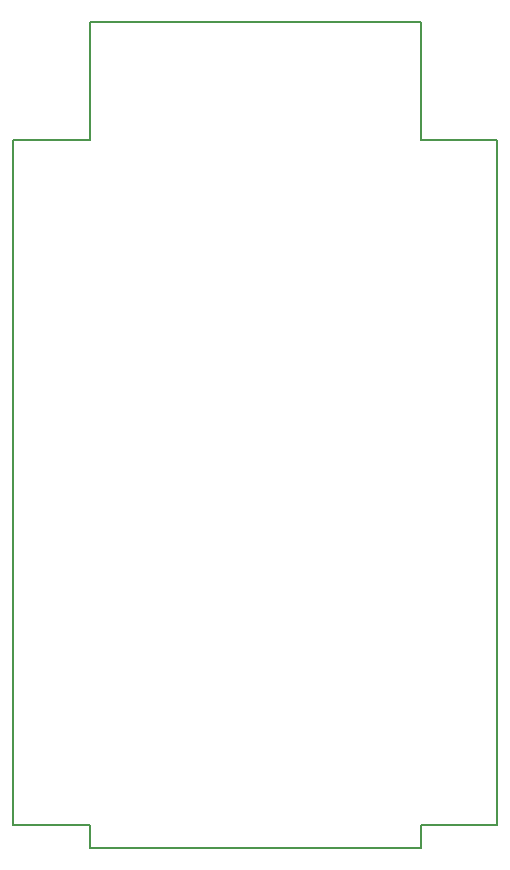
<source format=gko>
%FSLAX25Y25*%
%MOIN*%
G70*
G01*
G75*
G04 Layer_Color=16711935*
%ADD10R,0.20000X0.20000*%
%ADD11R,0.31200X0.31200*%
%ADD12R,0.03543X0.03150*%
%ADD13R,0.08268X0.05512*%
%ADD14R,0.02165X0.06693*%
%ADD15R,0.06693X0.02165*%
%ADD16C,0.01969*%
%ADD17O,0.07087X0.06299*%
%ADD18O,0.05906X0.07087*%
%ADD19C,0.19685*%
%ADD20C,0.07000*%
%ADD21R,0.07000X0.07000*%
%ADD22C,0.01969*%
%ADD23C,0.01000*%
%ADD24C,0.00500*%
%ADD25C,0.00984*%
%ADD26C,0.02362*%
%ADD27C,0.00787*%
%ADD28R,0.20800X0.20800*%
%ADD29R,0.32000X0.32000*%
%ADD30R,0.04343X0.03950*%
%ADD31R,0.09068X0.06312*%
%ADD32R,0.02965X0.07493*%
%ADD33R,0.07493X0.02965*%
%ADD34O,0.07887X0.07099*%
%ADD35O,0.06706X0.07887*%
%ADD36C,0.20485*%
%ADD37C,0.07800*%
%ADD38R,0.07800X0.07800*%
%ADD39C,0.02769*%
%ADD40C,0.00591*%
D40*
X-80709Y-129921D02*
X-55118D01*
Y-137795D02*
Y-129921D01*
Y-137795D02*
X55118D01*
Y-129921D01*
X80709D01*
Y98425D01*
X-80709Y-129921D02*
Y98425D01*
X-55118Y137795D02*
X55118D01*
X-80709Y98425D02*
X-55118D01*
Y137795D01*
X55118Y98425D02*
Y137795D01*
Y98425D02*
X80709D01*
M02*

</source>
